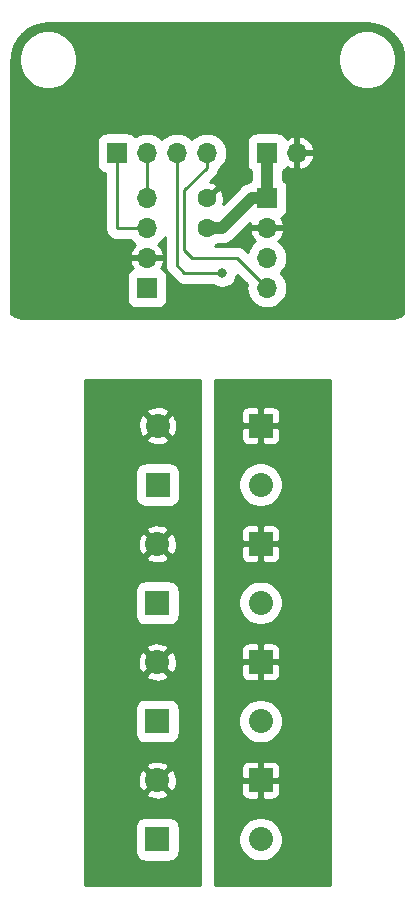
<source format=gbr>
G04 #@! TF.GenerationSoftware,KiCad,Pcbnew,(5.1.2-1)-1*
G04 #@! TF.CreationDate,2019-06-03T16:39:24-07:00*
G04 #@! TF.ProjectId,PowerDistribution,506f7765-7244-4697-9374-726962757469,rev?*
G04 #@! TF.SameCoordinates,Original*
G04 #@! TF.FileFunction,Copper,L1,Top*
G04 #@! TF.FilePolarity,Positive*
%FSLAX46Y46*%
G04 Gerber Fmt 4.6, Leading zero omitted, Abs format (unit mm)*
G04 Created by KiCad (PCBNEW (5.1.2-1)-1) date 2019-06-03 16:39:24*
%MOMM*%
%LPD*%
G04 APERTURE LIST*
%ADD10C,2.032000*%
%ADD11R,2.032000X2.032000*%
%ADD12C,1.600000*%
%ADD13O,1.700000X1.700000*%
%ADD14R,1.700000X1.700000*%
%ADD15C,0.800000*%
%ADD16C,1.000000*%
%ADD17C,0.250000*%
%ADD18C,0.254000*%
G04 APERTURE END LIST*
D10*
X129000000Y-19998720D03*
D11*
X129000000Y-15000000D03*
D10*
X129000000Y-9998720D03*
D11*
X129000000Y-5000000D03*
D10*
X129000000Y1280D03*
D11*
X129000000Y5000000D03*
D10*
X129000000Y10001280D03*
D11*
X129000000Y15000000D03*
D10*
X120250000Y-15001280D03*
D11*
X120250000Y-20000000D03*
D10*
X120250000Y-5001280D03*
D11*
X120250000Y-10000000D03*
D10*
X120250000Y4998720D03*
D11*
X120250000Y0D03*
D10*
X120285000Y14998720D03*
D11*
X120285000Y10000000D03*
D12*
X124460000Y34250000D03*
X124460000Y31750000D03*
D13*
X119380000Y34290000D03*
X119380000Y31750000D03*
X119380000Y29210000D03*
D14*
X119380000Y26670000D03*
D13*
X132080000Y38100000D03*
D14*
X129540000Y38100000D03*
D13*
X124460000Y38100000D03*
X121920000Y38100000D03*
X119380000Y38100000D03*
D14*
X116840000Y38100000D03*
D13*
X129540000Y26670000D03*
X129540000Y29210000D03*
X129540000Y31750000D03*
D14*
X129540000Y34290000D03*
D15*
X125730000Y27940000D03*
D16*
X129540000Y38100000D02*
X129540000Y34290000D01*
X125730000Y31750000D02*
X124460000Y31750000D01*
X128270000Y34290000D02*
X125730000Y31750000D01*
X129540000Y34290000D02*
X128270000Y34290000D01*
D17*
X116840000Y38100000D02*
X116840000Y31750000D01*
X116840000Y31750000D02*
X119380000Y31750000D01*
X119380000Y38100000D02*
X119380000Y34290000D01*
X121920000Y29210000D02*
X121920000Y29210000D01*
X121920000Y28575000D02*
X121920000Y38100000D01*
X122555000Y27940000D02*
X121920000Y28575000D01*
X125730000Y27940000D02*
X122555000Y27940000D01*
X127000000Y29210000D02*
X129540000Y26670000D01*
X124460000Y36830000D02*
X122555000Y34925000D01*
X124460000Y38100000D02*
X124460000Y36830000D01*
X122555000Y29845000D02*
X123190000Y29210000D01*
X122555000Y34925000D02*
X122555000Y29845000D01*
X123190000Y29210000D02*
X127000000Y29210000D01*
D18*
G36*
X138600897Y49034756D02*
G01*
X139178905Y48860245D01*
X139712014Y48576786D01*
X140179911Y48195179D01*
X140564773Y47729960D01*
X140851946Y47198846D01*
X141030486Y46622073D01*
X141098000Y45979726D01*
X141098000Y24488651D01*
X141012445Y24424605D01*
X140777940Y24296556D01*
X140527593Y24203181D01*
X140266504Y24146385D01*
X139995470Y24127000D01*
X109004530Y24127000D01*
X108733496Y24146385D01*
X108472407Y24203181D01*
X108222060Y24296556D01*
X107987555Y24424605D01*
X107902000Y24488651D01*
X107902000Y27520000D01*
X117648757Y27520000D01*
X117648757Y25820000D01*
X117665690Y25648078D01*
X117715838Y25482763D01*
X117797273Y25330408D01*
X117906867Y25196867D01*
X118040408Y25087273D01*
X118192763Y25005838D01*
X118358078Y24955690D01*
X118530000Y24938757D01*
X120230000Y24938757D01*
X120401922Y24955690D01*
X120567237Y25005838D01*
X120719592Y25087273D01*
X120853133Y25196867D01*
X120962727Y25330408D01*
X121044162Y25482763D01*
X121094310Y25648078D01*
X121111243Y25820000D01*
X121111243Y27520000D01*
X121094310Y27691922D01*
X121044162Y27857237D01*
X120962727Y28009592D01*
X120853133Y28143133D01*
X120719592Y28252727D01*
X120569498Y28332953D01*
X120651641Y28443080D01*
X120776825Y28705901D01*
X120821476Y28853110D01*
X120700155Y29083000D01*
X119507000Y29083000D01*
X119507000Y29063000D01*
X119253000Y29063000D01*
X119253000Y29083000D01*
X118059845Y29083000D01*
X117938524Y28853110D01*
X117983175Y28705901D01*
X118108359Y28443080D01*
X118190502Y28332953D01*
X118040408Y28252727D01*
X117906867Y28143133D01*
X117797273Y28009592D01*
X117715838Y27857237D01*
X117665690Y27691922D01*
X117648757Y27520000D01*
X107902000Y27520000D01*
X107902000Y38950000D01*
X115108757Y38950000D01*
X115108757Y37250000D01*
X115125690Y37078078D01*
X115175838Y36912763D01*
X115257273Y36760408D01*
X115366867Y36626867D01*
X115500408Y36517273D01*
X115652763Y36435838D01*
X115818078Y36385690D01*
X115838000Y36383728D01*
X115838001Y31799233D01*
X115833152Y31750000D01*
X115852498Y31553574D01*
X115909794Y31364696D01*
X116002836Y31190625D01*
X116128051Y31038051D01*
X116280625Y30912836D01*
X116454696Y30819794D01*
X116643574Y30762498D01*
X116790777Y30748000D01*
X116840000Y30743152D01*
X116889223Y30748000D01*
X117968198Y30748000D01*
X118152918Y30522918D01*
X118402254Y30318293D01*
X118282412Y30210269D01*
X118108359Y29976920D01*
X117983175Y29714099D01*
X117938524Y29566890D01*
X118059845Y29337000D01*
X119253000Y29337000D01*
X119253000Y29357000D01*
X119507000Y29357000D01*
X119507000Y29337000D01*
X120700155Y29337000D01*
X120821476Y29566890D01*
X120776825Y29714099D01*
X120651641Y29976920D01*
X120477588Y30210269D01*
X120357746Y30318293D01*
X120607082Y30522918D01*
X120822896Y30785888D01*
X120918000Y30963816D01*
X120918000Y29259224D01*
X120913152Y29210000D01*
X120918000Y29160776D01*
X120918000Y28624216D01*
X120913153Y28575000D01*
X120918000Y28525784D01*
X120918000Y28525778D01*
X120926145Y28443080D01*
X120932498Y28378574D01*
X120979844Y28222498D01*
X120989794Y28189697D01*
X121082836Y28015625D01*
X121208051Y27863051D01*
X121246291Y27831668D01*
X121811668Y27266291D01*
X121843051Y27228051D01*
X121995625Y27102836D01*
X122169696Y27009794D01*
X122358573Y26952498D01*
X122555000Y26933152D01*
X122604223Y26938000D01*
X124931059Y26938000D01*
X125125114Y26808337D01*
X125357513Y26712074D01*
X125604226Y26663000D01*
X125855774Y26663000D01*
X126102487Y26712074D01*
X126334886Y26808337D01*
X126544040Y26948089D01*
X126721911Y27125960D01*
X126861663Y27335114D01*
X126957926Y27567513D01*
X127002310Y27790649D01*
X127833184Y26959774D01*
X127804644Y26670000D01*
X127837988Y26331449D01*
X127936740Y26005908D01*
X128097104Y25705888D01*
X128312918Y25442918D01*
X128575888Y25227104D01*
X128875908Y25066740D01*
X129201449Y24967988D01*
X129455159Y24943000D01*
X129624841Y24943000D01*
X129878551Y24967988D01*
X130204092Y25066740D01*
X130504112Y25227104D01*
X130767082Y25442918D01*
X130982896Y25705888D01*
X131143260Y26005908D01*
X131242012Y26331449D01*
X131275356Y26670000D01*
X131242012Y27008551D01*
X131143260Y27334092D01*
X130982896Y27634112D01*
X130767082Y27897082D01*
X130714786Y27940000D01*
X130767082Y27982918D01*
X130982896Y28245888D01*
X131143260Y28545908D01*
X131242012Y28871449D01*
X131275356Y29210000D01*
X131242012Y29548551D01*
X131143260Y29874092D01*
X130982896Y30174112D01*
X130767082Y30437082D01*
X130517746Y30641707D01*
X130637588Y30749731D01*
X130811641Y30983080D01*
X130936825Y31245901D01*
X130981476Y31393110D01*
X130860155Y31623000D01*
X129667000Y31623000D01*
X129667000Y31603000D01*
X129413000Y31603000D01*
X129413000Y31623000D01*
X128219845Y31623000D01*
X128098524Y31393110D01*
X128143175Y31245901D01*
X128268359Y30983080D01*
X128442412Y30749731D01*
X128562254Y30641707D01*
X128312918Y30437082D01*
X128097104Y30174112D01*
X127936740Y29874092D01*
X127893964Y29733077D01*
X127743332Y29883709D01*
X127711949Y29921949D01*
X127559375Y30047164D01*
X127385304Y30140206D01*
X127196426Y30197502D01*
X127049223Y30212000D01*
X127049216Y30212000D01*
X127000000Y30216847D01*
X126950784Y30212000D01*
X125129152Y30212000D01*
X125254357Y30263862D01*
X125417694Y30373000D01*
X125662360Y30373000D01*
X125730000Y30366338D01*
X125999939Y30392925D01*
X126119476Y30429186D01*
X126259505Y30471663D01*
X126498721Y30599527D01*
X126708397Y30771603D01*
X126751521Y30824150D01*
X128126502Y32199131D01*
X128098524Y32106890D01*
X128219845Y31877000D01*
X129413000Y31877000D01*
X129413000Y31897000D01*
X129667000Y31897000D01*
X129667000Y31877000D01*
X130860155Y31877000D01*
X130981476Y32106890D01*
X130936825Y32254099D01*
X130811641Y32516920D01*
X130729498Y32627047D01*
X130879592Y32707273D01*
X131013133Y32816867D01*
X131122727Y32950408D01*
X131204162Y33102763D01*
X131254310Y33268078D01*
X131271243Y33440000D01*
X131271243Y35140000D01*
X131254310Y35311922D01*
X131204162Y35477237D01*
X131122727Y35629592D01*
X131013133Y35763133D01*
X130917000Y35842027D01*
X130917000Y36547973D01*
X131013133Y36626867D01*
X131122727Y36760408D01*
X131202953Y36910502D01*
X131313080Y36828359D01*
X131575901Y36703175D01*
X131723110Y36658524D01*
X131953000Y36779845D01*
X131953000Y37973000D01*
X132207000Y37973000D01*
X132207000Y36779845D01*
X132436890Y36658524D01*
X132584099Y36703175D01*
X132846920Y36828359D01*
X133080269Y37002412D01*
X133275178Y37218645D01*
X133424157Y37468748D01*
X133521481Y37743109D01*
X133400814Y37973000D01*
X132207000Y37973000D01*
X131953000Y37973000D01*
X131933000Y37973000D01*
X131933000Y38227000D01*
X131953000Y38227000D01*
X131953000Y39420155D01*
X132207000Y39420155D01*
X132207000Y38227000D01*
X133400814Y38227000D01*
X133521481Y38456891D01*
X133424157Y38731252D01*
X133275178Y38981355D01*
X133080269Y39197588D01*
X132846920Y39371641D01*
X132584099Y39496825D01*
X132436890Y39541476D01*
X132207000Y39420155D01*
X131953000Y39420155D01*
X131723110Y39541476D01*
X131575901Y39496825D01*
X131313080Y39371641D01*
X131202953Y39289498D01*
X131122727Y39439592D01*
X131013133Y39573133D01*
X130879592Y39682727D01*
X130727237Y39764162D01*
X130561922Y39814310D01*
X130390000Y39831243D01*
X128690000Y39831243D01*
X128518078Y39814310D01*
X128352763Y39764162D01*
X128200408Y39682727D01*
X128066867Y39573133D01*
X127957273Y39439592D01*
X127875838Y39287237D01*
X127825690Y39121922D01*
X127808757Y38950000D01*
X127808757Y37250000D01*
X127825690Y37078078D01*
X127875838Y36912763D01*
X127957273Y36760408D01*
X128066867Y36626867D01*
X128163000Y36547973D01*
X128163001Y35842028D01*
X128066867Y35763133D01*
X127962194Y35635588D01*
X127740495Y35568337D01*
X127501279Y35440473D01*
X127291603Y35268397D01*
X127248483Y35215855D01*
X125824578Y33791949D01*
X125886300Y34038184D01*
X125900217Y34320512D01*
X125858787Y34600130D01*
X125763603Y34866292D01*
X125696671Y34991514D01*
X125452702Y35063097D01*
X124639605Y34250000D01*
X124653748Y34235858D01*
X124474143Y34056253D01*
X124460000Y34070395D01*
X124445858Y34056253D01*
X124266253Y34235858D01*
X124280395Y34250000D01*
X124266253Y34264143D01*
X124445858Y34443748D01*
X124460000Y34429605D01*
X125273097Y35242702D01*
X125201514Y35486671D01*
X124946004Y35607571D01*
X124713015Y35665973D01*
X125133715Y36086673D01*
X125171949Y36118051D01*
X125297164Y36270625D01*
X125390206Y36444696D01*
X125412222Y36517273D01*
X125447502Y36633573D01*
X125452080Y36680057D01*
X125687082Y36872918D01*
X125902896Y37135888D01*
X126063260Y37435908D01*
X126162012Y37761449D01*
X126195356Y38100000D01*
X126162012Y38438551D01*
X126063260Y38764092D01*
X125902896Y39064112D01*
X125687082Y39327082D01*
X125424112Y39542896D01*
X125124092Y39703260D01*
X124798551Y39802012D01*
X124544841Y39827000D01*
X124375159Y39827000D01*
X124121449Y39802012D01*
X123795908Y39703260D01*
X123495888Y39542896D01*
X123232918Y39327082D01*
X123190000Y39274786D01*
X123147082Y39327082D01*
X122884112Y39542896D01*
X122584092Y39703260D01*
X122258551Y39802012D01*
X122004841Y39827000D01*
X121835159Y39827000D01*
X121581449Y39802012D01*
X121255908Y39703260D01*
X120955888Y39542896D01*
X120692918Y39327082D01*
X120650000Y39274786D01*
X120607082Y39327082D01*
X120344112Y39542896D01*
X120044092Y39703260D01*
X119718551Y39802012D01*
X119464841Y39827000D01*
X119295159Y39827000D01*
X119041449Y39802012D01*
X118715908Y39703260D01*
X118415888Y39542896D01*
X118369315Y39504675D01*
X118313133Y39573133D01*
X118179592Y39682727D01*
X118027237Y39764162D01*
X117861922Y39814310D01*
X117690000Y39831243D01*
X115990000Y39831243D01*
X115818078Y39814310D01*
X115652763Y39764162D01*
X115500408Y39682727D01*
X115366867Y39573133D01*
X115257273Y39439592D01*
X115175838Y39287237D01*
X115125690Y39121922D01*
X115108757Y38950000D01*
X107902000Y38950000D01*
X107902000Y45955887D01*
X107930246Y46243963D01*
X108523000Y46243963D01*
X108523000Y45756037D01*
X108618190Y45277486D01*
X108804911Y44826701D01*
X109075989Y44421005D01*
X109421005Y44075989D01*
X109826701Y43804911D01*
X110277486Y43618190D01*
X110756037Y43523000D01*
X111243963Y43523000D01*
X111722514Y43618190D01*
X112173299Y43804911D01*
X112578995Y44075989D01*
X112924011Y44421005D01*
X113195089Y44826701D01*
X113381810Y45277486D01*
X113477000Y45756037D01*
X113477000Y46243963D01*
X135523000Y46243963D01*
X135523000Y45756037D01*
X135618190Y45277486D01*
X135804911Y44826701D01*
X136075989Y44421005D01*
X136421005Y44075989D01*
X136826701Y43804911D01*
X137277486Y43618190D01*
X137756037Y43523000D01*
X138243963Y43523000D01*
X138722514Y43618190D01*
X139173299Y43804911D01*
X139578995Y44075989D01*
X139924011Y44421005D01*
X140195089Y44826701D01*
X140381810Y45277486D01*
X140477000Y45756037D01*
X140477000Y46243963D01*
X140381810Y46722514D01*
X140195089Y47173299D01*
X139924011Y47578995D01*
X139578995Y47924011D01*
X139173299Y48195089D01*
X138722514Y48381810D01*
X138243963Y48477000D01*
X137756037Y48477000D01*
X137277486Y48381810D01*
X136826701Y48195089D01*
X136421005Y47924011D01*
X136075989Y47578995D01*
X135804911Y47173299D01*
X135618190Y46722514D01*
X135523000Y46243963D01*
X113477000Y46243963D01*
X113381810Y46722514D01*
X113195089Y47173299D01*
X112924011Y47578995D01*
X112578995Y47924011D01*
X112173299Y48195089D01*
X111722514Y48381810D01*
X111243963Y48477000D01*
X110756037Y48477000D01*
X110277486Y48381810D01*
X109826701Y48195089D01*
X109421005Y47924011D01*
X109075989Y47578995D01*
X108804911Y47173299D01*
X108618190Y46722514D01*
X108523000Y46243963D01*
X107930246Y46243963D01*
X107965244Y46600897D01*
X108139755Y47178905D01*
X108423214Y47712014D01*
X108804821Y48179911D01*
X109270040Y48564773D01*
X109801154Y48851946D01*
X110377927Y49030486D01*
X111020274Y49098000D01*
X137955887Y49098000D01*
X138600897Y49034756D01*
X138600897Y49034756D01*
G37*
X138600897Y49034756D02*
X139178905Y48860245D01*
X139712014Y48576786D01*
X140179911Y48195179D01*
X140564773Y47729960D01*
X140851946Y47198846D01*
X141030486Y46622073D01*
X141098000Y45979726D01*
X141098000Y24488651D01*
X141012445Y24424605D01*
X140777940Y24296556D01*
X140527593Y24203181D01*
X140266504Y24146385D01*
X139995470Y24127000D01*
X109004530Y24127000D01*
X108733496Y24146385D01*
X108472407Y24203181D01*
X108222060Y24296556D01*
X107987555Y24424605D01*
X107902000Y24488651D01*
X107902000Y27520000D01*
X117648757Y27520000D01*
X117648757Y25820000D01*
X117665690Y25648078D01*
X117715838Y25482763D01*
X117797273Y25330408D01*
X117906867Y25196867D01*
X118040408Y25087273D01*
X118192763Y25005838D01*
X118358078Y24955690D01*
X118530000Y24938757D01*
X120230000Y24938757D01*
X120401922Y24955690D01*
X120567237Y25005838D01*
X120719592Y25087273D01*
X120853133Y25196867D01*
X120962727Y25330408D01*
X121044162Y25482763D01*
X121094310Y25648078D01*
X121111243Y25820000D01*
X121111243Y27520000D01*
X121094310Y27691922D01*
X121044162Y27857237D01*
X120962727Y28009592D01*
X120853133Y28143133D01*
X120719592Y28252727D01*
X120569498Y28332953D01*
X120651641Y28443080D01*
X120776825Y28705901D01*
X120821476Y28853110D01*
X120700155Y29083000D01*
X119507000Y29083000D01*
X119507000Y29063000D01*
X119253000Y29063000D01*
X119253000Y29083000D01*
X118059845Y29083000D01*
X117938524Y28853110D01*
X117983175Y28705901D01*
X118108359Y28443080D01*
X118190502Y28332953D01*
X118040408Y28252727D01*
X117906867Y28143133D01*
X117797273Y28009592D01*
X117715838Y27857237D01*
X117665690Y27691922D01*
X117648757Y27520000D01*
X107902000Y27520000D01*
X107902000Y38950000D01*
X115108757Y38950000D01*
X115108757Y37250000D01*
X115125690Y37078078D01*
X115175838Y36912763D01*
X115257273Y36760408D01*
X115366867Y36626867D01*
X115500408Y36517273D01*
X115652763Y36435838D01*
X115818078Y36385690D01*
X115838000Y36383728D01*
X115838001Y31799233D01*
X115833152Y31750000D01*
X115852498Y31553574D01*
X115909794Y31364696D01*
X116002836Y31190625D01*
X116128051Y31038051D01*
X116280625Y30912836D01*
X116454696Y30819794D01*
X116643574Y30762498D01*
X116790777Y30748000D01*
X116840000Y30743152D01*
X116889223Y30748000D01*
X117968198Y30748000D01*
X118152918Y30522918D01*
X118402254Y30318293D01*
X118282412Y30210269D01*
X118108359Y29976920D01*
X117983175Y29714099D01*
X117938524Y29566890D01*
X118059845Y29337000D01*
X119253000Y29337000D01*
X119253000Y29357000D01*
X119507000Y29357000D01*
X119507000Y29337000D01*
X120700155Y29337000D01*
X120821476Y29566890D01*
X120776825Y29714099D01*
X120651641Y29976920D01*
X120477588Y30210269D01*
X120357746Y30318293D01*
X120607082Y30522918D01*
X120822896Y30785888D01*
X120918000Y30963816D01*
X120918000Y29259224D01*
X120913152Y29210000D01*
X120918000Y29160776D01*
X120918000Y28624216D01*
X120913153Y28575000D01*
X120918000Y28525784D01*
X120918000Y28525778D01*
X120926145Y28443080D01*
X120932498Y28378574D01*
X120979844Y28222498D01*
X120989794Y28189697D01*
X121082836Y28015625D01*
X121208051Y27863051D01*
X121246291Y27831668D01*
X121811668Y27266291D01*
X121843051Y27228051D01*
X121995625Y27102836D01*
X122169696Y27009794D01*
X122358573Y26952498D01*
X122555000Y26933152D01*
X122604223Y26938000D01*
X124931059Y26938000D01*
X125125114Y26808337D01*
X125357513Y26712074D01*
X125604226Y26663000D01*
X125855774Y26663000D01*
X126102487Y26712074D01*
X126334886Y26808337D01*
X126544040Y26948089D01*
X126721911Y27125960D01*
X126861663Y27335114D01*
X126957926Y27567513D01*
X127002310Y27790649D01*
X127833184Y26959774D01*
X127804644Y26670000D01*
X127837988Y26331449D01*
X127936740Y26005908D01*
X128097104Y25705888D01*
X128312918Y25442918D01*
X128575888Y25227104D01*
X128875908Y25066740D01*
X129201449Y24967988D01*
X129455159Y24943000D01*
X129624841Y24943000D01*
X129878551Y24967988D01*
X130204092Y25066740D01*
X130504112Y25227104D01*
X130767082Y25442918D01*
X130982896Y25705888D01*
X131143260Y26005908D01*
X131242012Y26331449D01*
X131275356Y26670000D01*
X131242012Y27008551D01*
X131143260Y27334092D01*
X130982896Y27634112D01*
X130767082Y27897082D01*
X130714786Y27940000D01*
X130767082Y27982918D01*
X130982896Y28245888D01*
X131143260Y28545908D01*
X131242012Y28871449D01*
X131275356Y29210000D01*
X131242012Y29548551D01*
X131143260Y29874092D01*
X130982896Y30174112D01*
X130767082Y30437082D01*
X130517746Y30641707D01*
X130637588Y30749731D01*
X130811641Y30983080D01*
X130936825Y31245901D01*
X130981476Y31393110D01*
X130860155Y31623000D01*
X129667000Y31623000D01*
X129667000Y31603000D01*
X129413000Y31603000D01*
X129413000Y31623000D01*
X128219845Y31623000D01*
X128098524Y31393110D01*
X128143175Y31245901D01*
X128268359Y30983080D01*
X128442412Y30749731D01*
X128562254Y30641707D01*
X128312918Y30437082D01*
X128097104Y30174112D01*
X127936740Y29874092D01*
X127893964Y29733077D01*
X127743332Y29883709D01*
X127711949Y29921949D01*
X127559375Y30047164D01*
X127385304Y30140206D01*
X127196426Y30197502D01*
X127049223Y30212000D01*
X127049216Y30212000D01*
X127000000Y30216847D01*
X126950784Y30212000D01*
X125129152Y30212000D01*
X125254357Y30263862D01*
X125417694Y30373000D01*
X125662360Y30373000D01*
X125730000Y30366338D01*
X125999939Y30392925D01*
X126119476Y30429186D01*
X126259505Y30471663D01*
X126498721Y30599527D01*
X126708397Y30771603D01*
X126751521Y30824150D01*
X128126502Y32199131D01*
X128098524Y32106890D01*
X128219845Y31877000D01*
X129413000Y31877000D01*
X129413000Y31897000D01*
X129667000Y31897000D01*
X129667000Y31877000D01*
X130860155Y31877000D01*
X130981476Y32106890D01*
X130936825Y32254099D01*
X130811641Y32516920D01*
X130729498Y32627047D01*
X130879592Y32707273D01*
X131013133Y32816867D01*
X131122727Y32950408D01*
X131204162Y33102763D01*
X131254310Y33268078D01*
X131271243Y33440000D01*
X131271243Y35140000D01*
X131254310Y35311922D01*
X131204162Y35477237D01*
X131122727Y35629592D01*
X131013133Y35763133D01*
X130917000Y35842027D01*
X130917000Y36547973D01*
X131013133Y36626867D01*
X131122727Y36760408D01*
X131202953Y36910502D01*
X131313080Y36828359D01*
X131575901Y36703175D01*
X131723110Y36658524D01*
X131953000Y36779845D01*
X131953000Y37973000D01*
X132207000Y37973000D01*
X132207000Y36779845D01*
X132436890Y36658524D01*
X132584099Y36703175D01*
X132846920Y36828359D01*
X133080269Y37002412D01*
X133275178Y37218645D01*
X133424157Y37468748D01*
X133521481Y37743109D01*
X133400814Y37973000D01*
X132207000Y37973000D01*
X131953000Y37973000D01*
X131933000Y37973000D01*
X131933000Y38227000D01*
X131953000Y38227000D01*
X131953000Y39420155D01*
X132207000Y39420155D01*
X132207000Y38227000D01*
X133400814Y38227000D01*
X133521481Y38456891D01*
X133424157Y38731252D01*
X133275178Y38981355D01*
X133080269Y39197588D01*
X132846920Y39371641D01*
X132584099Y39496825D01*
X132436890Y39541476D01*
X132207000Y39420155D01*
X131953000Y39420155D01*
X131723110Y39541476D01*
X131575901Y39496825D01*
X131313080Y39371641D01*
X131202953Y39289498D01*
X131122727Y39439592D01*
X131013133Y39573133D01*
X130879592Y39682727D01*
X130727237Y39764162D01*
X130561922Y39814310D01*
X130390000Y39831243D01*
X128690000Y39831243D01*
X128518078Y39814310D01*
X128352763Y39764162D01*
X128200408Y39682727D01*
X128066867Y39573133D01*
X127957273Y39439592D01*
X127875838Y39287237D01*
X127825690Y39121922D01*
X127808757Y38950000D01*
X127808757Y37250000D01*
X127825690Y37078078D01*
X127875838Y36912763D01*
X127957273Y36760408D01*
X128066867Y36626867D01*
X128163000Y36547973D01*
X128163001Y35842028D01*
X128066867Y35763133D01*
X127962194Y35635588D01*
X127740495Y35568337D01*
X127501279Y35440473D01*
X127291603Y35268397D01*
X127248483Y35215855D01*
X125824578Y33791949D01*
X125886300Y34038184D01*
X125900217Y34320512D01*
X125858787Y34600130D01*
X125763603Y34866292D01*
X125696671Y34991514D01*
X125452702Y35063097D01*
X124639605Y34250000D01*
X124653748Y34235858D01*
X124474143Y34056253D01*
X124460000Y34070395D01*
X124445858Y34056253D01*
X124266253Y34235858D01*
X124280395Y34250000D01*
X124266253Y34264143D01*
X124445858Y34443748D01*
X124460000Y34429605D01*
X125273097Y35242702D01*
X125201514Y35486671D01*
X124946004Y35607571D01*
X124713015Y35665973D01*
X125133715Y36086673D01*
X125171949Y36118051D01*
X125297164Y36270625D01*
X125390206Y36444696D01*
X125412222Y36517273D01*
X125447502Y36633573D01*
X125452080Y36680057D01*
X125687082Y36872918D01*
X125902896Y37135888D01*
X126063260Y37435908D01*
X126162012Y37761449D01*
X126195356Y38100000D01*
X126162012Y38438551D01*
X126063260Y38764092D01*
X125902896Y39064112D01*
X125687082Y39327082D01*
X125424112Y39542896D01*
X125124092Y39703260D01*
X124798551Y39802012D01*
X124544841Y39827000D01*
X124375159Y39827000D01*
X124121449Y39802012D01*
X123795908Y39703260D01*
X123495888Y39542896D01*
X123232918Y39327082D01*
X123190000Y39274786D01*
X123147082Y39327082D01*
X122884112Y39542896D01*
X122584092Y39703260D01*
X122258551Y39802012D01*
X122004841Y39827000D01*
X121835159Y39827000D01*
X121581449Y39802012D01*
X121255908Y39703260D01*
X120955888Y39542896D01*
X120692918Y39327082D01*
X120650000Y39274786D01*
X120607082Y39327082D01*
X120344112Y39542896D01*
X120044092Y39703260D01*
X119718551Y39802012D01*
X119464841Y39827000D01*
X119295159Y39827000D01*
X119041449Y39802012D01*
X118715908Y39703260D01*
X118415888Y39542896D01*
X118369315Y39504675D01*
X118313133Y39573133D01*
X118179592Y39682727D01*
X118027237Y39764162D01*
X117861922Y39814310D01*
X117690000Y39831243D01*
X115990000Y39831243D01*
X115818078Y39814310D01*
X115652763Y39764162D01*
X115500408Y39682727D01*
X115366867Y39573133D01*
X115257273Y39439592D01*
X115175838Y39287237D01*
X115125690Y39121922D01*
X115108757Y38950000D01*
X107902000Y38950000D01*
X107902000Y45955887D01*
X107930246Y46243963D01*
X108523000Y46243963D01*
X108523000Y45756037D01*
X108618190Y45277486D01*
X108804911Y44826701D01*
X109075989Y44421005D01*
X109421005Y44075989D01*
X109826701Y43804911D01*
X110277486Y43618190D01*
X110756037Y43523000D01*
X111243963Y43523000D01*
X111722514Y43618190D01*
X112173299Y43804911D01*
X112578995Y44075989D01*
X112924011Y44421005D01*
X113195089Y44826701D01*
X113381810Y45277486D01*
X113477000Y45756037D01*
X113477000Y46243963D01*
X135523000Y46243963D01*
X135523000Y45756037D01*
X135618190Y45277486D01*
X135804911Y44826701D01*
X136075989Y44421005D01*
X136421005Y44075989D01*
X136826701Y43804911D01*
X137277486Y43618190D01*
X137756037Y43523000D01*
X138243963Y43523000D01*
X138722514Y43618190D01*
X139173299Y43804911D01*
X139578995Y44075989D01*
X139924011Y44421005D01*
X140195089Y44826701D01*
X140381810Y45277486D01*
X140477000Y45756037D01*
X140477000Y46243963D01*
X140381810Y46722514D01*
X140195089Y47173299D01*
X139924011Y47578995D01*
X139578995Y47924011D01*
X139173299Y48195089D01*
X138722514Y48381810D01*
X138243963Y48477000D01*
X137756037Y48477000D01*
X137277486Y48381810D01*
X136826701Y48195089D01*
X136421005Y47924011D01*
X136075989Y47578995D01*
X135804911Y47173299D01*
X135618190Y46722514D01*
X135523000Y46243963D01*
X113477000Y46243963D01*
X113381810Y46722514D01*
X113195089Y47173299D01*
X112924011Y47578995D01*
X112578995Y47924011D01*
X112173299Y48195089D01*
X111722514Y48381810D01*
X111243963Y48477000D01*
X110756037Y48477000D01*
X110277486Y48381810D01*
X109826701Y48195089D01*
X109421005Y47924011D01*
X109075989Y47578995D01*
X108804911Y47173299D01*
X108618190Y46722514D01*
X108523000Y46243963D01*
X107930246Y46243963D01*
X107965244Y46600897D01*
X108139755Y47178905D01*
X108423214Y47712014D01*
X108804821Y48179911D01*
X109270040Y48564773D01*
X109801154Y48851946D01*
X110377927Y49030486D01*
X111020274Y49098000D01*
X137955887Y49098000D01*
X138600897Y49034756D01*
G36*
X134873000Y-23873000D02*
G01*
X125127000Y-23873000D01*
X125127000Y-19812276D01*
X127107000Y-19812276D01*
X127107000Y-20185164D01*
X127179747Y-20550888D01*
X127322446Y-20895392D01*
X127529611Y-21205437D01*
X127793283Y-21469109D01*
X128103328Y-21676274D01*
X128447832Y-21818973D01*
X128813556Y-21891720D01*
X129186444Y-21891720D01*
X129552168Y-21818973D01*
X129896672Y-21676274D01*
X130206717Y-21469109D01*
X130470389Y-21205437D01*
X130677554Y-20895392D01*
X130820253Y-20550888D01*
X130893000Y-20185164D01*
X130893000Y-19812276D01*
X130820253Y-19446552D01*
X130677554Y-19102048D01*
X130470389Y-18792003D01*
X130206717Y-18528331D01*
X129896672Y-18321166D01*
X129552168Y-18178467D01*
X129186444Y-18105720D01*
X128813556Y-18105720D01*
X128447832Y-18178467D01*
X128103328Y-18321166D01*
X127793283Y-18528331D01*
X127529611Y-18792003D01*
X127322446Y-19102048D01*
X127179747Y-19446552D01*
X127107000Y-19812276D01*
X125127000Y-19812276D01*
X125127000Y-16016000D01*
X127345928Y-16016000D01*
X127358188Y-16140482D01*
X127394498Y-16260180D01*
X127453463Y-16370494D01*
X127532815Y-16467185D01*
X127629506Y-16546537D01*
X127739820Y-16605502D01*
X127859518Y-16641812D01*
X127984000Y-16654072D01*
X128714250Y-16651000D01*
X128873000Y-16492250D01*
X128873000Y-15127000D01*
X129127000Y-15127000D01*
X129127000Y-16492250D01*
X129285750Y-16651000D01*
X130016000Y-16654072D01*
X130140482Y-16641812D01*
X130260180Y-16605502D01*
X130370494Y-16546537D01*
X130467185Y-16467185D01*
X130546537Y-16370494D01*
X130605502Y-16260180D01*
X130641812Y-16140482D01*
X130654072Y-16016000D01*
X130651000Y-15285750D01*
X130492250Y-15127000D01*
X129127000Y-15127000D01*
X128873000Y-15127000D01*
X127507750Y-15127000D01*
X127349000Y-15285750D01*
X127345928Y-16016000D01*
X125127000Y-16016000D01*
X125127000Y-13984000D01*
X127345928Y-13984000D01*
X127349000Y-14714250D01*
X127507750Y-14873000D01*
X128873000Y-14873000D01*
X128873000Y-13507750D01*
X129127000Y-13507750D01*
X129127000Y-14873000D01*
X130492250Y-14873000D01*
X130651000Y-14714250D01*
X130654072Y-13984000D01*
X130641812Y-13859518D01*
X130605502Y-13739820D01*
X130546537Y-13629506D01*
X130467185Y-13532815D01*
X130370494Y-13453463D01*
X130260180Y-13394498D01*
X130140482Y-13358188D01*
X130016000Y-13345928D01*
X129285750Y-13349000D01*
X129127000Y-13507750D01*
X128873000Y-13507750D01*
X128714250Y-13349000D01*
X127984000Y-13345928D01*
X127859518Y-13358188D01*
X127739820Y-13394498D01*
X127629506Y-13453463D01*
X127532815Y-13532815D01*
X127453463Y-13629506D01*
X127394498Y-13739820D01*
X127358188Y-13859518D01*
X127345928Y-13984000D01*
X125127000Y-13984000D01*
X125127000Y-9812276D01*
X127107000Y-9812276D01*
X127107000Y-10185164D01*
X127179747Y-10550888D01*
X127322446Y-10895392D01*
X127529611Y-11205437D01*
X127793283Y-11469109D01*
X128103328Y-11676274D01*
X128447832Y-11818973D01*
X128813556Y-11891720D01*
X129186444Y-11891720D01*
X129552168Y-11818973D01*
X129896672Y-11676274D01*
X130206717Y-11469109D01*
X130470389Y-11205437D01*
X130677554Y-10895392D01*
X130820253Y-10550888D01*
X130893000Y-10185164D01*
X130893000Y-9812276D01*
X130820253Y-9446552D01*
X130677554Y-9102048D01*
X130470389Y-8792003D01*
X130206717Y-8528331D01*
X129896672Y-8321166D01*
X129552168Y-8178467D01*
X129186444Y-8105720D01*
X128813556Y-8105720D01*
X128447832Y-8178467D01*
X128103328Y-8321166D01*
X127793283Y-8528331D01*
X127529611Y-8792003D01*
X127322446Y-9102048D01*
X127179747Y-9446552D01*
X127107000Y-9812276D01*
X125127000Y-9812276D01*
X125127000Y-6016000D01*
X127345928Y-6016000D01*
X127358188Y-6140482D01*
X127394498Y-6260180D01*
X127453463Y-6370494D01*
X127532815Y-6467185D01*
X127629506Y-6546537D01*
X127739820Y-6605502D01*
X127859518Y-6641812D01*
X127984000Y-6654072D01*
X128714250Y-6651000D01*
X128873000Y-6492250D01*
X128873000Y-5127000D01*
X129127000Y-5127000D01*
X129127000Y-6492250D01*
X129285750Y-6651000D01*
X130016000Y-6654072D01*
X130140482Y-6641812D01*
X130260180Y-6605502D01*
X130370494Y-6546537D01*
X130467185Y-6467185D01*
X130546537Y-6370494D01*
X130605502Y-6260180D01*
X130641812Y-6140482D01*
X130654072Y-6016000D01*
X130651000Y-5285750D01*
X130492250Y-5127000D01*
X129127000Y-5127000D01*
X128873000Y-5127000D01*
X127507750Y-5127000D01*
X127349000Y-5285750D01*
X127345928Y-6016000D01*
X125127000Y-6016000D01*
X125127000Y-3984000D01*
X127345928Y-3984000D01*
X127349000Y-4714250D01*
X127507750Y-4873000D01*
X128873000Y-4873000D01*
X128873000Y-3507750D01*
X129127000Y-3507750D01*
X129127000Y-4873000D01*
X130492250Y-4873000D01*
X130651000Y-4714250D01*
X130654072Y-3984000D01*
X130641812Y-3859518D01*
X130605502Y-3739820D01*
X130546537Y-3629506D01*
X130467185Y-3532815D01*
X130370494Y-3453463D01*
X130260180Y-3394498D01*
X130140482Y-3358188D01*
X130016000Y-3345928D01*
X129285750Y-3349000D01*
X129127000Y-3507750D01*
X128873000Y-3507750D01*
X128714250Y-3349000D01*
X127984000Y-3345928D01*
X127859518Y-3358188D01*
X127739820Y-3394498D01*
X127629506Y-3453463D01*
X127532815Y-3532815D01*
X127453463Y-3629506D01*
X127394498Y-3739820D01*
X127358188Y-3859518D01*
X127345928Y-3984000D01*
X125127000Y-3984000D01*
X125127000Y187724D01*
X127107000Y187724D01*
X127107000Y-185164D01*
X127179747Y-550888D01*
X127322446Y-895392D01*
X127529611Y-1205437D01*
X127793283Y-1469109D01*
X128103328Y-1676274D01*
X128447832Y-1818973D01*
X128813556Y-1891720D01*
X129186444Y-1891720D01*
X129552168Y-1818973D01*
X129896672Y-1676274D01*
X130206717Y-1469109D01*
X130470389Y-1205437D01*
X130677554Y-895392D01*
X130820253Y-550888D01*
X130893000Y-185164D01*
X130893000Y187724D01*
X130820253Y553448D01*
X130677554Y897952D01*
X130470389Y1207997D01*
X130206717Y1471669D01*
X129896672Y1678834D01*
X129552168Y1821533D01*
X129186444Y1894280D01*
X128813556Y1894280D01*
X128447832Y1821533D01*
X128103328Y1678834D01*
X127793283Y1471669D01*
X127529611Y1207997D01*
X127322446Y897952D01*
X127179747Y553448D01*
X127107000Y187724D01*
X125127000Y187724D01*
X125127000Y3984000D01*
X127345928Y3984000D01*
X127358188Y3859518D01*
X127394498Y3739820D01*
X127453463Y3629506D01*
X127532815Y3532815D01*
X127629506Y3453463D01*
X127739820Y3394498D01*
X127859518Y3358188D01*
X127984000Y3345928D01*
X128714250Y3349000D01*
X128873000Y3507750D01*
X128873000Y4873000D01*
X129127000Y4873000D01*
X129127000Y3507750D01*
X129285750Y3349000D01*
X130016000Y3345928D01*
X130140482Y3358188D01*
X130260180Y3394498D01*
X130370494Y3453463D01*
X130467185Y3532815D01*
X130546537Y3629506D01*
X130605502Y3739820D01*
X130641812Y3859518D01*
X130654072Y3984000D01*
X130651000Y4714250D01*
X130492250Y4873000D01*
X129127000Y4873000D01*
X128873000Y4873000D01*
X127507750Y4873000D01*
X127349000Y4714250D01*
X127345928Y3984000D01*
X125127000Y3984000D01*
X125127000Y6016000D01*
X127345928Y6016000D01*
X127349000Y5285750D01*
X127507750Y5127000D01*
X128873000Y5127000D01*
X128873000Y6492250D01*
X129127000Y6492250D01*
X129127000Y5127000D01*
X130492250Y5127000D01*
X130651000Y5285750D01*
X130654072Y6016000D01*
X130641812Y6140482D01*
X130605502Y6260180D01*
X130546537Y6370494D01*
X130467185Y6467185D01*
X130370494Y6546537D01*
X130260180Y6605502D01*
X130140482Y6641812D01*
X130016000Y6654072D01*
X129285750Y6651000D01*
X129127000Y6492250D01*
X128873000Y6492250D01*
X128714250Y6651000D01*
X127984000Y6654072D01*
X127859518Y6641812D01*
X127739820Y6605502D01*
X127629506Y6546537D01*
X127532815Y6467185D01*
X127453463Y6370494D01*
X127394498Y6260180D01*
X127358188Y6140482D01*
X127345928Y6016000D01*
X125127000Y6016000D01*
X125127000Y10187724D01*
X127107000Y10187724D01*
X127107000Y9814836D01*
X127179747Y9449112D01*
X127322446Y9104608D01*
X127529611Y8794563D01*
X127793283Y8530891D01*
X128103328Y8323726D01*
X128447832Y8181027D01*
X128813556Y8108280D01*
X129186444Y8108280D01*
X129552168Y8181027D01*
X129896672Y8323726D01*
X130206717Y8530891D01*
X130470389Y8794563D01*
X130677554Y9104608D01*
X130820253Y9449112D01*
X130893000Y9814836D01*
X130893000Y10187724D01*
X130820253Y10553448D01*
X130677554Y10897952D01*
X130470389Y11207997D01*
X130206717Y11471669D01*
X129896672Y11678834D01*
X129552168Y11821533D01*
X129186444Y11894280D01*
X128813556Y11894280D01*
X128447832Y11821533D01*
X128103328Y11678834D01*
X127793283Y11471669D01*
X127529611Y11207997D01*
X127322446Y10897952D01*
X127179747Y10553448D01*
X127107000Y10187724D01*
X125127000Y10187724D01*
X125127000Y13984000D01*
X127345928Y13984000D01*
X127358188Y13859518D01*
X127394498Y13739820D01*
X127453463Y13629506D01*
X127532815Y13532815D01*
X127629506Y13453463D01*
X127739820Y13394498D01*
X127859518Y13358188D01*
X127984000Y13345928D01*
X128714250Y13349000D01*
X128873000Y13507750D01*
X128873000Y14873000D01*
X129127000Y14873000D01*
X129127000Y13507750D01*
X129285750Y13349000D01*
X130016000Y13345928D01*
X130140482Y13358188D01*
X130260180Y13394498D01*
X130370494Y13453463D01*
X130467185Y13532815D01*
X130546537Y13629506D01*
X130605502Y13739820D01*
X130641812Y13859518D01*
X130654072Y13984000D01*
X130651000Y14714250D01*
X130492250Y14873000D01*
X129127000Y14873000D01*
X128873000Y14873000D01*
X127507750Y14873000D01*
X127349000Y14714250D01*
X127345928Y13984000D01*
X125127000Y13984000D01*
X125127000Y16016000D01*
X127345928Y16016000D01*
X127349000Y15285750D01*
X127507750Y15127000D01*
X128873000Y15127000D01*
X128873000Y16492250D01*
X129127000Y16492250D01*
X129127000Y15127000D01*
X130492250Y15127000D01*
X130651000Y15285750D01*
X130654072Y16016000D01*
X130641812Y16140482D01*
X130605502Y16260180D01*
X130546537Y16370494D01*
X130467185Y16467185D01*
X130370494Y16546537D01*
X130260180Y16605502D01*
X130140482Y16641812D01*
X130016000Y16654072D01*
X129285750Y16651000D01*
X129127000Y16492250D01*
X128873000Y16492250D01*
X128714250Y16651000D01*
X127984000Y16654072D01*
X127859518Y16641812D01*
X127739820Y16605502D01*
X127629506Y16546537D01*
X127532815Y16467185D01*
X127453463Y16370494D01*
X127394498Y16260180D01*
X127358188Y16140482D01*
X127345928Y16016000D01*
X125127000Y16016000D01*
X125127000Y18873000D01*
X134873000Y18873000D01*
X134873000Y-23873000D01*
X134873000Y-23873000D01*
G37*
X134873000Y-23873000D02*
X125127000Y-23873000D01*
X125127000Y-19812276D01*
X127107000Y-19812276D01*
X127107000Y-20185164D01*
X127179747Y-20550888D01*
X127322446Y-20895392D01*
X127529611Y-21205437D01*
X127793283Y-21469109D01*
X128103328Y-21676274D01*
X128447832Y-21818973D01*
X128813556Y-21891720D01*
X129186444Y-21891720D01*
X129552168Y-21818973D01*
X129896672Y-21676274D01*
X130206717Y-21469109D01*
X130470389Y-21205437D01*
X130677554Y-20895392D01*
X130820253Y-20550888D01*
X130893000Y-20185164D01*
X130893000Y-19812276D01*
X130820253Y-19446552D01*
X130677554Y-19102048D01*
X130470389Y-18792003D01*
X130206717Y-18528331D01*
X129896672Y-18321166D01*
X129552168Y-18178467D01*
X129186444Y-18105720D01*
X128813556Y-18105720D01*
X128447832Y-18178467D01*
X128103328Y-18321166D01*
X127793283Y-18528331D01*
X127529611Y-18792003D01*
X127322446Y-19102048D01*
X127179747Y-19446552D01*
X127107000Y-19812276D01*
X125127000Y-19812276D01*
X125127000Y-16016000D01*
X127345928Y-16016000D01*
X127358188Y-16140482D01*
X127394498Y-16260180D01*
X127453463Y-16370494D01*
X127532815Y-16467185D01*
X127629506Y-16546537D01*
X127739820Y-16605502D01*
X127859518Y-16641812D01*
X127984000Y-16654072D01*
X128714250Y-16651000D01*
X128873000Y-16492250D01*
X128873000Y-15127000D01*
X129127000Y-15127000D01*
X129127000Y-16492250D01*
X129285750Y-16651000D01*
X130016000Y-16654072D01*
X130140482Y-16641812D01*
X130260180Y-16605502D01*
X130370494Y-16546537D01*
X130467185Y-16467185D01*
X130546537Y-16370494D01*
X130605502Y-16260180D01*
X130641812Y-16140482D01*
X130654072Y-16016000D01*
X130651000Y-15285750D01*
X130492250Y-15127000D01*
X129127000Y-15127000D01*
X128873000Y-15127000D01*
X127507750Y-15127000D01*
X127349000Y-15285750D01*
X127345928Y-16016000D01*
X125127000Y-16016000D01*
X125127000Y-13984000D01*
X127345928Y-13984000D01*
X127349000Y-14714250D01*
X127507750Y-14873000D01*
X128873000Y-14873000D01*
X128873000Y-13507750D01*
X129127000Y-13507750D01*
X129127000Y-14873000D01*
X130492250Y-14873000D01*
X130651000Y-14714250D01*
X130654072Y-13984000D01*
X130641812Y-13859518D01*
X130605502Y-13739820D01*
X130546537Y-13629506D01*
X130467185Y-13532815D01*
X130370494Y-13453463D01*
X130260180Y-13394498D01*
X130140482Y-13358188D01*
X130016000Y-13345928D01*
X129285750Y-13349000D01*
X129127000Y-13507750D01*
X128873000Y-13507750D01*
X128714250Y-13349000D01*
X127984000Y-13345928D01*
X127859518Y-13358188D01*
X127739820Y-13394498D01*
X127629506Y-13453463D01*
X127532815Y-13532815D01*
X127453463Y-13629506D01*
X127394498Y-13739820D01*
X127358188Y-13859518D01*
X127345928Y-13984000D01*
X125127000Y-13984000D01*
X125127000Y-9812276D01*
X127107000Y-9812276D01*
X127107000Y-10185164D01*
X127179747Y-10550888D01*
X127322446Y-10895392D01*
X127529611Y-11205437D01*
X127793283Y-11469109D01*
X128103328Y-11676274D01*
X128447832Y-11818973D01*
X128813556Y-11891720D01*
X129186444Y-11891720D01*
X129552168Y-11818973D01*
X129896672Y-11676274D01*
X130206717Y-11469109D01*
X130470389Y-11205437D01*
X130677554Y-10895392D01*
X130820253Y-10550888D01*
X130893000Y-10185164D01*
X130893000Y-9812276D01*
X130820253Y-9446552D01*
X130677554Y-9102048D01*
X130470389Y-8792003D01*
X130206717Y-8528331D01*
X129896672Y-8321166D01*
X129552168Y-8178467D01*
X129186444Y-8105720D01*
X128813556Y-8105720D01*
X128447832Y-8178467D01*
X128103328Y-8321166D01*
X127793283Y-8528331D01*
X127529611Y-8792003D01*
X127322446Y-9102048D01*
X127179747Y-9446552D01*
X127107000Y-9812276D01*
X125127000Y-9812276D01*
X125127000Y-6016000D01*
X127345928Y-6016000D01*
X127358188Y-6140482D01*
X127394498Y-6260180D01*
X127453463Y-6370494D01*
X127532815Y-6467185D01*
X127629506Y-6546537D01*
X127739820Y-6605502D01*
X127859518Y-6641812D01*
X127984000Y-6654072D01*
X128714250Y-6651000D01*
X128873000Y-6492250D01*
X128873000Y-5127000D01*
X129127000Y-5127000D01*
X129127000Y-6492250D01*
X129285750Y-6651000D01*
X130016000Y-6654072D01*
X130140482Y-6641812D01*
X130260180Y-6605502D01*
X130370494Y-6546537D01*
X130467185Y-6467185D01*
X130546537Y-6370494D01*
X130605502Y-6260180D01*
X130641812Y-6140482D01*
X130654072Y-6016000D01*
X130651000Y-5285750D01*
X130492250Y-5127000D01*
X129127000Y-5127000D01*
X128873000Y-5127000D01*
X127507750Y-5127000D01*
X127349000Y-5285750D01*
X127345928Y-6016000D01*
X125127000Y-6016000D01*
X125127000Y-3984000D01*
X127345928Y-3984000D01*
X127349000Y-4714250D01*
X127507750Y-4873000D01*
X128873000Y-4873000D01*
X128873000Y-3507750D01*
X129127000Y-3507750D01*
X129127000Y-4873000D01*
X130492250Y-4873000D01*
X130651000Y-4714250D01*
X130654072Y-3984000D01*
X130641812Y-3859518D01*
X130605502Y-3739820D01*
X130546537Y-3629506D01*
X130467185Y-3532815D01*
X130370494Y-3453463D01*
X130260180Y-3394498D01*
X130140482Y-3358188D01*
X130016000Y-3345928D01*
X129285750Y-3349000D01*
X129127000Y-3507750D01*
X128873000Y-3507750D01*
X128714250Y-3349000D01*
X127984000Y-3345928D01*
X127859518Y-3358188D01*
X127739820Y-3394498D01*
X127629506Y-3453463D01*
X127532815Y-3532815D01*
X127453463Y-3629506D01*
X127394498Y-3739820D01*
X127358188Y-3859518D01*
X127345928Y-3984000D01*
X125127000Y-3984000D01*
X125127000Y187724D01*
X127107000Y187724D01*
X127107000Y-185164D01*
X127179747Y-550888D01*
X127322446Y-895392D01*
X127529611Y-1205437D01*
X127793283Y-1469109D01*
X128103328Y-1676274D01*
X128447832Y-1818973D01*
X128813556Y-1891720D01*
X129186444Y-1891720D01*
X129552168Y-1818973D01*
X129896672Y-1676274D01*
X130206717Y-1469109D01*
X130470389Y-1205437D01*
X130677554Y-895392D01*
X130820253Y-550888D01*
X130893000Y-185164D01*
X130893000Y187724D01*
X130820253Y553448D01*
X130677554Y897952D01*
X130470389Y1207997D01*
X130206717Y1471669D01*
X129896672Y1678834D01*
X129552168Y1821533D01*
X129186444Y1894280D01*
X128813556Y1894280D01*
X128447832Y1821533D01*
X128103328Y1678834D01*
X127793283Y1471669D01*
X127529611Y1207997D01*
X127322446Y897952D01*
X127179747Y553448D01*
X127107000Y187724D01*
X125127000Y187724D01*
X125127000Y3984000D01*
X127345928Y3984000D01*
X127358188Y3859518D01*
X127394498Y3739820D01*
X127453463Y3629506D01*
X127532815Y3532815D01*
X127629506Y3453463D01*
X127739820Y3394498D01*
X127859518Y3358188D01*
X127984000Y3345928D01*
X128714250Y3349000D01*
X128873000Y3507750D01*
X128873000Y4873000D01*
X129127000Y4873000D01*
X129127000Y3507750D01*
X129285750Y3349000D01*
X130016000Y3345928D01*
X130140482Y3358188D01*
X130260180Y3394498D01*
X130370494Y3453463D01*
X130467185Y3532815D01*
X130546537Y3629506D01*
X130605502Y3739820D01*
X130641812Y3859518D01*
X130654072Y3984000D01*
X130651000Y4714250D01*
X130492250Y4873000D01*
X129127000Y4873000D01*
X128873000Y4873000D01*
X127507750Y4873000D01*
X127349000Y4714250D01*
X127345928Y3984000D01*
X125127000Y3984000D01*
X125127000Y6016000D01*
X127345928Y6016000D01*
X127349000Y5285750D01*
X127507750Y5127000D01*
X128873000Y5127000D01*
X128873000Y6492250D01*
X129127000Y6492250D01*
X129127000Y5127000D01*
X130492250Y5127000D01*
X130651000Y5285750D01*
X130654072Y6016000D01*
X130641812Y6140482D01*
X130605502Y6260180D01*
X130546537Y6370494D01*
X130467185Y6467185D01*
X130370494Y6546537D01*
X130260180Y6605502D01*
X130140482Y6641812D01*
X130016000Y6654072D01*
X129285750Y6651000D01*
X129127000Y6492250D01*
X128873000Y6492250D01*
X128714250Y6651000D01*
X127984000Y6654072D01*
X127859518Y6641812D01*
X127739820Y6605502D01*
X127629506Y6546537D01*
X127532815Y6467185D01*
X127453463Y6370494D01*
X127394498Y6260180D01*
X127358188Y6140482D01*
X127345928Y6016000D01*
X125127000Y6016000D01*
X125127000Y10187724D01*
X127107000Y10187724D01*
X127107000Y9814836D01*
X127179747Y9449112D01*
X127322446Y9104608D01*
X127529611Y8794563D01*
X127793283Y8530891D01*
X128103328Y8323726D01*
X128447832Y8181027D01*
X128813556Y8108280D01*
X129186444Y8108280D01*
X129552168Y8181027D01*
X129896672Y8323726D01*
X130206717Y8530891D01*
X130470389Y8794563D01*
X130677554Y9104608D01*
X130820253Y9449112D01*
X130893000Y9814836D01*
X130893000Y10187724D01*
X130820253Y10553448D01*
X130677554Y10897952D01*
X130470389Y11207997D01*
X130206717Y11471669D01*
X129896672Y11678834D01*
X129552168Y11821533D01*
X129186444Y11894280D01*
X128813556Y11894280D01*
X128447832Y11821533D01*
X128103328Y11678834D01*
X127793283Y11471669D01*
X127529611Y11207997D01*
X127322446Y10897952D01*
X127179747Y10553448D01*
X127107000Y10187724D01*
X125127000Y10187724D01*
X125127000Y13984000D01*
X127345928Y13984000D01*
X127358188Y13859518D01*
X127394498Y13739820D01*
X127453463Y13629506D01*
X127532815Y13532815D01*
X127629506Y13453463D01*
X127739820Y13394498D01*
X127859518Y13358188D01*
X127984000Y13345928D01*
X128714250Y13349000D01*
X128873000Y13507750D01*
X128873000Y14873000D01*
X129127000Y14873000D01*
X129127000Y13507750D01*
X129285750Y13349000D01*
X130016000Y13345928D01*
X130140482Y13358188D01*
X130260180Y13394498D01*
X130370494Y13453463D01*
X130467185Y13532815D01*
X130546537Y13629506D01*
X130605502Y13739820D01*
X130641812Y13859518D01*
X130654072Y13984000D01*
X130651000Y14714250D01*
X130492250Y14873000D01*
X129127000Y14873000D01*
X128873000Y14873000D01*
X127507750Y14873000D01*
X127349000Y14714250D01*
X127345928Y13984000D01*
X125127000Y13984000D01*
X125127000Y16016000D01*
X127345928Y16016000D01*
X127349000Y15285750D01*
X127507750Y15127000D01*
X128873000Y15127000D01*
X128873000Y16492250D01*
X129127000Y16492250D01*
X129127000Y15127000D01*
X130492250Y15127000D01*
X130651000Y15285750D01*
X130654072Y16016000D01*
X130641812Y16140482D01*
X130605502Y16260180D01*
X130546537Y16370494D01*
X130467185Y16467185D01*
X130370494Y16546537D01*
X130260180Y16605502D01*
X130140482Y16641812D01*
X130016000Y16654072D01*
X129285750Y16651000D01*
X129127000Y16492250D01*
X128873000Y16492250D01*
X128714250Y16651000D01*
X127984000Y16654072D01*
X127859518Y16641812D01*
X127739820Y16605502D01*
X127629506Y16546537D01*
X127532815Y16467185D01*
X127453463Y16370494D01*
X127394498Y16260180D01*
X127358188Y16140482D01*
X127345928Y16016000D01*
X125127000Y16016000D01*
X125127000Y18873000D01*
X134873000Y18873000D01*
X134873000Y-23873000D01*
G36*
X123873000Y-23873000D02*
G01*
X114127000Y-23873000D01*
X114127000Y-18984000D01*
X118352757Y-18984000D01*
X118352757Y-21016000D01*
X118369690Y-21187922D01*
X118419838Y-21353237D01*
X118501273Y-21505592D01*
X118610867Y-21639133D01*
X118744408Y-21748727D01*
X118896763Y-21830162D01*
X119062078Y-21880310D01*
X119234000Y-21897243D01*
X121266000Y-21897243D01*
X121437922Y-21880310D01*
X121603237Y-21830162D01*
X121755592Y-21748727D01*
X121889133Y-21639133D01*
X121998727Y-21505592D01*
X122080162Y-21353237D01*
X122130310Y-21187922D01*
X122147243Y-21016000D01*
X122147243Y-18984000D01*
X122130310Y-18812078D01*
X122080162Y-18646763D01*
X121998727Y-18494408D01*
X121889133Y-18360867D01*
X121755592Y-18251273D01*
X121603237Y-18169838D01*
X121437922Y-18119690D01*
X121266000Y-18102757D01*
X119234000Y-18102757D01*
X119062078Y-18119690D01*
X118896763Y-18169838D01*
X118744408Y-18251273D01*
X118610867Y-18360867D01*
X118501273Y-18494408D01*
X118419838Y-18646763D01*
X118369690Y-18812078D01*
X118352757Y-18984000D01*
X114127000Y-18984000D01*
X114127000Y-16148103D01*
X119282782Y-16148103D01*
X119380478Y-16414140D01*
X119672821Y-16556628D01*
X119987344Y-16639344D01*
X120311962Y-16659111D01*
X120634198Y-16615168D01*
X120941670Y-16509204D01*
X121119522Y-16414140D01*
X121217218Y-16148103D01*
X120250000Y-15180885D01*
X119282782Y-16148103D01*
X114127000Y-16148103D01*
X114127000Y-15063242D01*
X118592169Y-15063242D01*
X118636112Y-15385478D01*
X118742076Y-15692950D01*
X118837140Y-15870802D01*
X119103177Y-15968498D01*
X120070395Y-15001280D01*
X120429605Y-15001280D01*
X121396823Y-15968498D01*
X121662860Y-15870802D01*
X121805348Y-15578459D01*
X121888064Y-15263936D01*
X121907831Y-14939318D01*
X121863888Y-14617082D01*
X121757924Y-14309610D01*
X121662860Y-14131758D01*
X121396823Y-14034062D01*
X120429605Y-15001280D01*
X120070395Y-15001280D01*
X119103177Y-14034062D01*
X118837140Y-14131758D01*
X118694652Y-14424101D01*
X118611936Y-14738624D01*
X118592169Y-15063242D01*
X114127000Y-15063242D01*
X114127000Y-13854457D01*
X119282782Y-13854457D01*
X120250000Y-14821675D01*
X121217218Y-13854457D01*
X121119522Y-13588420D01*
X120827179Y-13445932D01*
X120512656Y-13363216D01*
X120188038Y-13343449D01*
X119865802Y-13387392D01*
X119558330Y-13493356D01*
X119380478Y-13588420D01*
X119282782Y-13854457D01*
X114127000Y-13854457D01*
X114127000Y-8984000D01*
X118352757Y-8984000D01*
X118352757Y-11016000D01*
X118369690Y-11187922D01*
X118419838Y-11353237D01*
X118501273Y-11505592D01*
X118610867Y-11639133D01*
X118744408Y-11748727D01*
X118896763Y-11830162D01*
X119062078Y-11880310D01*
X119234000Y-11897243D01*
X121266000Y-11897243D01*
X121437922Y-11880310D01*
X121603237Y-11830162D01*
X121755592Y-11748727D01*
X121889133Y-11639133D01*
X121998727Y-11505592D01*
X122080162Y-11353237D01*
X122130310Y-11187922D01*
X122147243Y-11016000D01*
X122147243Y-8984000D01*
X122130310Y-8812078D01*
X122080162Y-8646763D01*
X121998727Y-8494408D01*
X121889133Y-8360867D01*
X121755592Y-8251273D01*
X121603237Y-8169838D01*
X121437922Y-8119690D01*
X121266000Y-8102757D01*
X119234000Y-8102757D01*
X119062078Y-8119690D01*
X118896763Y-8169838D01*
X118744408Y-8251273D01*
X118610867Y-8360867D01*
X118501273Y-8494408D01*
X118419838Y-8646763D01*
X118369690Y-8812078D01*
X118352757Y-8984000D01*
X114127000Y-8984000D01*
X114127000Y-6148103D01*
X119282782Y-6148103D01*
X119380478Y-6414140D01*
X119672821Y-6556628D01*
X119987344Y-6639344D01*
X120311962Y-6659111D01*
X120634198Y-6615168D01*
X120941670Y-6509204D01*
X121119522Y-6414140D01*
X121217218Y-6148103D01*
X120250000Y-5180885D01*
X119282782Y-6148103D01*
X114127000Y-6148103D01*
X114127000Y-5063242D01*
X118592169Y-5063242D01*
X118636112Y-5385478D01*
X118742076Y-5692950D01*
X118837140Y-5870802D01*
X119103177Y-5968498D01*
X120070395Y-5001280D01*
X120429605Y-5001280D01*
X121396823Y-5968498D01*
X121662860Y-5870802D01*
X121805348Y-5578459D01*
X121888064Y-5263936D01*
X121907831Y-4939318D01*
X121863888Y-4617082D01*
X121757924Y-4309610D01*
X121662860Y-4131758D01*
X121396823Y-4034062D01*
X120429605Y-5001280D01*
X120070395Y-5001280D01*
X119103177Y-4034062D01*
X118837140Y-4131758D01*
X118694652Y-4424101D01*
X118611936Y-4738624D01*
X118592169Y-5063242D01*
X114127000Y-5063242D01*
X114127000Y-3854457D01*
X119282782Y-3854457D01*
X120250000Y-4821675D01*
X121217218Y-3854457D01*
X121119522Y-3588420D01*
X120827179Y-3445932D01*
X120512656Y-3363216D01*
X120188038Y-3343449D01*
X119865802Y-3387392D01*
X119558330Y-3493356D01*
X119380478Y-3588420D01*
X119282782Y-3854457D01*
X114127000Y-3854457D01*
X114127000Y1016000D01*
X118352757Y1016000D01*
X118352757Y-1016000D01*
X118369690Y-1187922D01*
X118419838Y-1353237D01*
X118501273Y-1505592D01*
X118610867Y-1639133D01*
X118744408Y-1748727D01*
X118896763Y-1830162D01*
X119062078Y-1880310D01*
X119234000Y-1897243D01*
X121266000Y-1897243D01*
X121437922Y-1880310D01*
X121603237Y-1830162D01*
X121755592Y-1748727D01*
X121889133Y-1639133D01*
X121998727Y-1505592D01*
X122080162Y-1353237D01*
X122130310Y-1187922D01*
X122147243Y-1016000D01*
X122147243Y1016000D01*
X122130310Y1187922D01*
X122080162Y1353237D01*
X121998727Y1505592D01*
X121889133Y1639133D01*
X121755592Y1748727D01*
X121603237Y1830162D01*
X121437922Y1880310D01*
X121266000Y1897243D01*
X119234000Y1897243D01*
X119062078Y1880310D01*
X118896763Y1830162D01*
X118744408Y1748727D01*
X118610867Y1639133D01*
X118501273Y1505592D01*
X118419838Y1353237D01*
X118369690Y1187922D01*
X118352757Y1016000D01*
X114127000Y1016000D01*
X114127000Y3851897D01*
X119282782Y3851897D01*
X119380478Y3585860D01*
X119672821Y3443372D01*
X119987344Y3360656D01*
X120311962Y3340889D01*
X120634198Y3384832D01*
X120941670Y3490796D01*
X121119522Y3585860D01*
X121217218Y3851897D01*
X120250000Y4819115D01*
X119282782Y3851897D01*
X114127000Y3851897D01*
X114127000Y4936758D01*
X118592169Y4936758D01*
X118636112Y4614522D01*
X118742076Y4307050D01*
X118837140Y4129198D01*
X119103177Y4031502D01*
X120070395Y4998720D01*
X120429605Y4998720D01*
X121396823Y4031502D01*
X121662860Y4129198D01*
X121805348Y4421541D01*
X121888064Y4736064D01*
X121907831Y5060682D01*
X121863888Y5382918D01*
X121757924Y5690390D01*
X121662860Y5868242D01*
X121396823Y5965938D01*
X120429605Y4998720D01*
X120070395Y4998720D01*
X119103177Y5965938D01*
X118837140Y5868242D01*
X118694652Y5575899D01*
X118611936Y5261376D01*
X118592169Y4936758D01*
X114127000Y4936758D01*
X114127000Y6145543D01*
X119282782Y6145543D01*
X120250000Y5178325D01*
X121217218Y6145543D01*
X121119522Y6411580D01*
X120827179Y6554068D01*
X120512656Y6636784D01*
X120188038Y6656551D01*
X119865802Y6612608D01*
X119558330Y6506644D01*
X119380478Y6411580D01*
X119282782Y6145543D01*
X114127000Y6145543D01*
X114127000Y11016000D01*
X118387757Y11016000D01*
X118387757Y8984000D01*
X118404690Y8812078D01*
X118454838Y8646763D01*
X118536273Y8494408D01*
X118645867Y8360867D01*
X118779408Y8251273D01*
X118931763Y8169838D01*
X119097078Y8119690D01*
X119269000Y8102757D01*
X121301000Y8102757D01*
X121472922Y8119690D01*
X121638237Y8169838D01*
X121790592Y8251273D01*
X121924133Y8360867D01*
X122033727Y8494408D01*
X122115162Y8646763D01*
X122165310Y8812078D01*
X122182243Y8984000D01*
X122182243Y11016000D01*
X122165310Y11187922D01*
X122115162Y11353237D01*
X122033727Y11505592D01*
X121924133Y11639133D01*
X121790592Y11748727D01*
X121638237Y11830162D01*
X121472922Y11880310D01*
X121301000Y11897243D01*
X119269000Y11897243D01*
X119097078Y11880310D01*
X118931763Y11830162D01*
X118779408Y11748727D01*
X118645867Y11639133D01*
X118536273Y11505592D01*
X118454838Y11353237D01*
X118404690Y11187922D01*
X118387757Y11016000D01*
X114127000Y11016000D01*
X114127000Y13851897D01*
X119317782Y13851897D01*
X119415478Y13585860D01*
X119707821Y13443372D01*
X120022344Y13360656D01*
X120346962Y13340889D01*
X120669198Y13384832D01*
X120976670Y13490796D01*
X121154522Y13585860D01*
X121252218Y13851897D01*
X120285000Y14819115D01*
X119317782Y13851897D01*
X114127000Y13851897D01*
X114127000Y14936758D01*
X118627169Y14936758D01*
X118671112Y14614522D01*
X118777076Y14307050D01*
X118872140Y14129198D01*
X119138177Y14031502D01*
X120105395Y14998720D01*
X120464605Y14998720D01*
X121431823Y14031502D01*
X121697860Y14129198D01*
X121840348Y14421541D01*
X121923064Y14736064D01*
X121942831Y15060682D01*
X121898888Y15382918D01*
X121792924Y15690390D01*
X121697860Y15868242D01*
X121431823Y15965938D01*
X120464605Y14998720D01*
X120105395Y14998720D01*
X119138177Y15965938D01*
X118872140Y15868242D01*
X118729652Y15575899D01*
X118646936Y15261376D01*
X118627169Y14936758D01*
X114127000Y14936758D01*
X114127000Y16145543D01*
X119317782Y16145543D01*
X120285000Y15178325D01*
X121252218Y16145543D01*
X121154522Y16411580D01*
X120862179Y16554068D01*
X120547656Y16636784D01*
X120223038Y16656551D01*
X119900802Y16612608D01*
X119593330Y16506644D01*
X119415478Y16411580D01*
X119317782Y16145543D01*
X114127000Y16145543D01*
X114127000Y18873000D01*
X123873000Y18873000D01*
X123873000Y-23873000D01*
X123873000Y-23873000D01*
G37*
X123873000Y-23873000D02*
X114127000Y-23873000D01*
X114127000Y-18984000D01*
X118352757Y-18984000D01*
X118352757Y-21016000D01*
X118369690Y-21187922D01*
X118419838Y-21353237D01*
X118501273Y-21505592D01*
X118610867Y-21639133D01*
X118744408Y-21748727D01*
X118896763Y-21830162D01*
X119062078Y-21880310D01*
X119234000Y-21897243D01*
X121266000Y-21897243D01*
X121437922Y-21880310D01*
X121603237Y-21830162D01*
X121755592Y-21748727D01*
X121889133Y-21639133D01*
X121998727Y-21505592D01*
X122080162Y-21353237D01*
X122130310Y-21187922D01*
X122147243Y-21016000D01*
X122147243Y-18984000D01*
X122130310Y-18812078D01*
X122080162Y-18646763D01*
X121998727Y-18494408D01*
X121889133Y-18360867D01*
X121755592Y-18251273D01*
X121603237Y-18169838D01*
X121437922Y-18119690D01*
X121266000Y-18102757D01*
X119234000Y-18102757D01*
X119062078Y-18119690D01*
X118896763Y-18169838D01*
X118744408Y-18251273D01*
X118610867Y-18360867D01*
X118501273Y-18494408D01*
X118419838Y-18646763D01*
X118369690Y-18812078D01*
X118352757Y-18984000D01*
X114127000Y-18984000D01*
X114127000Y-16148103D01*
X119282782Y-16148103D01*
X119380478Y-16414140D01*
X119672821Y-16556628D01*
X119987344Y-16639344D01*
X120311962Y-16659111D01*
X120634198Y-16615168D01*
X120941670Y-16509204D01*
X121119522Y-16414140D01*
X121217218Y-16148103D01*
X120250000Y-15180885D01*
X119282782Y-16148103D01*
X114127000Y-16148103D01*
X114127000Y-15063242D01*
X118592169Y-15063242D01*
X118636112Y-15385478D01*
X118742076Y-15692950D01*
X118837140Y-15870802D01*
X119103177Y-15968498D01*
X120070395Y-15001280D01*
X120429605Y-15001280D01*
X121396823Y-15968498D01*
X121662860Y-15870802D01*
X121805348Y-15578459D01*
X121888064Y-15263936D01*
X121907831Y-14939318D01*
X121863888Y-14617082D01*
X121757924Y-14309610D01*
X121662860Y-14131758D01*
X121396823Y-14034062D01*
X120429605Y-15001280D01*
X120070395Y-15001280D01*
X119103177Y-14034062D01*
X118837140Y-14131758D01*
X118694652Y-14424101D01*
X118611936Y-14738624D01*
X118592169Y-15063242D01*
X114127000Y-15063242D01*
X114127000Y-13854457D01*
X119282782Y-13854457D01*
X120250000Y-14821675D01*
X121217218Y-13854457D01*
X121119522Y-13588420D01*
X120827179Y-13445932D01*
X120512656Y-13363216D01*
X120188038Y-13343449D01*
X119865802Y-13387392D01*
X119558330Y-13493356D01*
X119380478Y-13588420D01*
X119282782Y-13854457D01*
X114127000Y-13854457D01*
X114127000Y-8984000D01*
X118352757Y-8984000D01*
X118352757Y-11016000D01*
X118369690Y-11187922D01*
X118419838Y-11353237D01*
X118501273Y-11505592D01*
X118610867Y-11639133D01*
X118744408Y-11748727D01*
X118896763Y-11830162D01*
X119062078Y-11880310D01*
X119234000Y-11897243D01*
X121266000Y-11897243D01*
X121437922Y-11880310D01*
X121603237Y-11830162D01*
X121755592Y-11748727D01*
X121889133Y-11639133D01*
X121998727Y-11505592D01*
X122080162Y-11353237D01*
X122130310Y-11187922D01*
X122147243Y-11016000D01*
X122147243Y-8984000D01*
X122130310Y-8812078D01*
X122080162Y-8646763D01*
X121998727Y-8494408D01*
X121889133Y-8360867D01*
X121755592Y-8251273D01*
X121603237Y-8169838D01*
X121437922Y-8119690D01*
X121266000Y-8102757D01*
X119234000Y-8102757D01*
X119062078Y-8119690D01*
X118896763Y-8169838D01*
X118744408Y-8251273D01*
X118610867Y-8360867D01*
X118501273Y-8494408D01*
X118419838Y-8646763D01*
X118369690Y-8812078D01*
X118352757Y-8984000D01*
X114127000Y-8984000D01*
X114127000Y-6148103D01*
X119282782Y-6148103D01*
X119380478Y-6414140D01*
X119672821Y-6556628D01*
X119987344Y-6639344D01*
X120311962Y-6659111D01*
X120634198Y-6615168D01*
X120941670Y-6509204D01*
X121119522Y-6414140D01*
X121217218Y-6148103D01*
X120250000Y-5180885D01*
X119282782Y-6148103D01*
X114127000Y-6148103D01*
X114127000Y-5063242D01*
X118592169Y-5063242D01*
X118636112Y-5385478D01*
X118742076Y-5692950D01*
X118837140Y-5870802D01*
X119103177Y-5968498D01*
X120070395Y-5001280D01*
X120429605Y-5001280D01*
X121396823Y-5968498D01*
X121662860Y-5870802D01*
X121805348Y-5578459D01*
X121888064Y-5263936D01*
X121907831Y-4939318D01*
X121863888Y-4617082D01*
X121757924Y-4309610D01*
X121662860Y-4131758D01*
X121396823Y-4034062D01*
X120429605Y-5001280D01*
X120070395Y-5001280D01*
X119103177Y-4034062D01*
X118837140Y-4131758D01*
X118694652Y-4424101D01*
X118611936Y-4738624D01*
X118592169Y-5063242D01*
X114127000Y-5063242D01*
X114127000Y-3854457D01*
X119282782Y-3854457D01*
X120250000Y-4821675D01*
X121217218Y-3854457D01*
X121119522Y-3588420D01*
X120827179Y-3445932D01*
X120512656Y-3363216D01*
X120188038Y-3343449D01*
X119865802Y-3387392D01*
X119558330Y-3493356D01*
X119380478Y-3588420D01*
X119282782Y-3854457D01*
X114127000Y-3854457D01*
X114127000Y1016000D01*
X118352757Y1016000D01*
X118352757Y-1016000D01*
X118369690Y-1187922D01*
X118419838Y-1353237D01*
X118501273Y-1505592D01*
X118610867Y-1639133D01*
X118744408Y-1748727D01*
X118896763Y-1830162D01*
X119062078Y-1880310D01*
X119234000Y-1897243D01*
X121266000Y-1897243D01*
X121437922Y-1880310D01*
X121603237Y-1830162D01*
X121755592Y-1748727D01*
X121889133Y-1639133D01*
X121998727Y-1505592D01*
X122080162Y-1353237D01*
X122130310Y-1187922D01*
X122147243Y-1016000D01*
X122147243Y1016000D01*
X122130310Y1187922D01*
X122080162Y1353237D01*
X121998727Y1505592D01*
X121889133Y1639133D01*
X121755592Y1748727D01*
X121603237Y1830162D01*
X121437922Y1880310D01*
X121266000Y1897243D01*
X119234000Y1897243D01*
X119062078Y1880310D01*
X118896763Y1830162D01*
X118744408Y1748727D01*
X118610867Y1639133D01*
X118501273Y1505592D01*
X118419838Y1353237D01*
X118369690Y1187922D01*
X118352757Y1016000D01*
X114127000Y1016000D01*
X114127000Y3851897D01*
X119282782Y3851897D01*
X119380478Y3585860D01*
X119672821Y3443372D01*
X119987344Y3360656D01*
X120311962Y3340889D01*
X120634198Y3384832D01*
X120941670Y3490796D01*
X121119522Y3585860D01*
X121217218Y3851897D01*
X120250000Y4819115D01*
X119282782Y3851897D01*
X114127000Y3851897D01*
X114127000Y4936758D01*
X118592169Y4936758D01*
X118636112Y4614522D01*
X118742076Y4307050D01*
X118837140Y4129198D01*
X119103177Y4031502D01*
X120070395Y4998720D01*
X120429605Y4998720D01*
X121396823Y4031502D01*
X121662860Y4129198D01*
X121805348Y4421541D01*
X121888064Y4736064D01*
X121907831Y5060682D01*
X121863888Y5382918D01*
X121757924Y5690390D01*
X121662860Y5868242D01*
X121396823Y5965938D01*
X120429605Y4998720D01*
X120070395Y4998720D01*
X119103177Y5965938D01*
X118837140Y5868242D01*
X118694652Y5575899D01*
X118611936Y5261376D01*
X118592169Y4936758D01*
X114127000Y4936758D01*
X114127000Y6145543D01*
X119282782Y6145543D01*
X120250000Y5178325D01*
X121217218Y6145543D01*
X121119522Y6411580D01*
X120827179Y6554068D01*
X120512656Y6636784D01*
X120188038Y6656551D01*
X119865802Y6612608D01*
X119558330Y6506644D01*
X119380478Y6411580D01*
X119282782Y6145543D01*
X114127000Y6145543D01*
X114127000Y11016000D01*
X118387757Y11016000D01*
X118387757Y8984000D01*
X118404690Y8812078D01*
X118454838Y8646763D01*
X118536273Y8494408D01*
X118645867Y8360867D01*
X118779408Y8251273D01*
X118931763Y8169838D01*
X119097078Y8119690D01*
X119269000Y8102757D01*
X121301000Y8102757D01*
X121472922Y8119690D01*
X121638237Y8169838D01*
X121790592Y8251273D01*
X121924133Y8360867D01*
X122033727Y8494408D01*
X122115162Y8646763D01*
X122165310Y8812078D01*
X122182243Y8984000D01*
X122182243Y11016000D01*
X122165310Y11187922D01*
X122115162Y11353237D01*
X122033727Y11505592D01*
X121924133Y11639133D01*
X121790592Y11748727D01*
X121638237Y11830162D01*
X121472922Y11880310D01*
X121301000Y11897243D01*
X119269000Y11897243D01*
X119097078Y11880310D01*
X118931763Y11830162D01*
X118779408Y11748727D01*
X118645867Y11639133D01*
X118536273Y11505592D01*
X118454838Y11353237D01*
X118404690Y11187922D01*
X118387757Y11016000D01*
X114127000Y11016000D01*
X114127000Y13851897D01*
X119317782Y13851897D01*
X119415478Y13585860D01*
X119707821Y13443372D01*
X120022344Y13360656D01*
X120346962Y13340889D01*
X120669198Y13384832D01*
X120976670Y13490796D01*
X121154522Y13585860D01*
X121252218Y13851897D01*
X120285000Y14819115D01*
X119317782Y13851897D01*
X114127000Y13851897D01*
X114127000Y14936758D01*
X118627169Y14936758D01*
X118671112Y14614522D01*
X118777076Y14307050D01*
X118872140Y14129198D01*
X119138177Y14031502D01*
X120105395Y14998720D01*
X120464605Y14998720D01*
X121431823Y14031502D01*
X121697860Y14129198D01*
X121840348Y14421541D01*
X121923064Y14736064D01*
X121942831Y15060682D01*
X121898888Y15382918D01*
X121792924Y15690390D01*
X121697860Y15868242D01*
X121431823Y15965938D01*
X120464605Y14998720D01*
X120105395Y14998720D01*
X119138177Y15965938D01*
X118872140Y15868242D01*
X118729652Y15575899D01*
X118646936Y15261376D01*
X118627169Y14936758D01*
X114127000Y14936758D01*
X114127000Y16145543D01*
X119317782Y16145543D01*
X120285000Y15178325D01*
X121252218Y16145543D01*
X121154522Y16411580D01*
X120862179Y16554068D01*
X120547656Y16636784D01*
X120223038Y16656551D01*
X119900802Y16612608D01*
X119593330Y16506644D01*
X119415478Y16411580D01*
X119317782Y16145543D01*
X114127000Y16145543D01*
X114127000Y18873000D01*
X123873000Y18873000D01*
X123873000Y-23873000D01*
M02*

</source>
